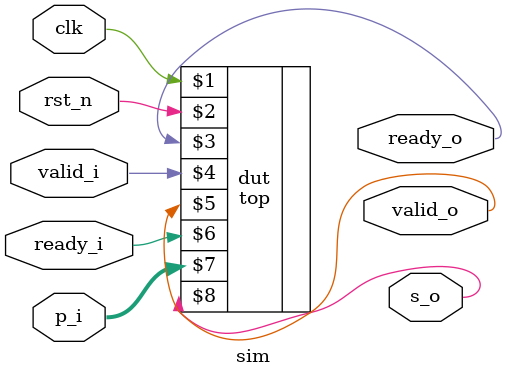
<source format=v>
module sim (clk,rst_n,ready_o,valid_i,valid_o,ready_i,p_i,s_o);
    input clk,rst_n,valid_i,ready_i;
    input [7:0] p_i;
    output valid_o,s_o,ready_o;
    top dut(clk,rst_n,ready_o,valid_i,valid_o,ready_i,p_i,s_o);
    initial 
        begin
            $dumpfile("sim.vcd");
            $dumpvars(0,sim);
            #1;
        end
endmodule
</source>
